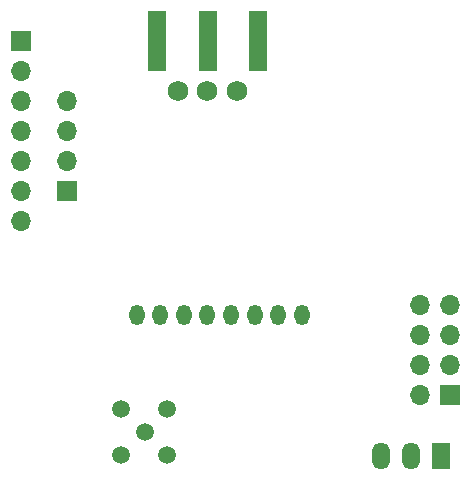
<source format=gbs>
G04 #@! TF.GenerationSoftware,KiCad,Pcbnew,(5.1.5-0-10_14)*
G04 #@! TF.CreationDate,2020-12-13T17:31:02+01:00*
G04 #@! TF.ProjectId,ithowifi,6974686f-7769-4666-992e-6b696361645f,rev?*
G04 #@! TF.SameCoordinates,Original*
G04 #@! TF.FileFunction,Soldermask,Bot*
G04 #@! TF.FilePolarity,Negative*
%FSLAX46Y46*%
G04 Gerber Fmt 4.6, Leading zero omitted, Abs format (unit mm)*
G04 Created by KiCad (PCBNEW (5.1.5-0-10_14)) date 2020-12-13 17:31:02*
%MOMM*%
%LPD*%
G04 APERTURE LIST*
%ADD10O,1.700000X1.700000*%
%ADD11R,1.700000X1.700000*%
%ADD12C,1.500000*%
%ADD13R,1.500000X5.080000*%
%ADD14C,1.750000*%
%ADD15O,1.300000X1.750000*%
%ADD16O,1.500000X2.300000*%
%ADD17R,1.500000X2.300000*%
G04 APERTURE END LIST*
D10*
X89611200Y-112877600D03*
X89611200Y-115417600D03*
X89611200Y-117957600D03*
D11*
X89611200Y-120497600D03*
D12*
X101498400Y-109347000D03*
X96164400Y-140944600D03*
X94208600Y-142849600D03*
X98044000Y-142849600D03*
X98044000Y-138988800D03*
X94208600Y-138988800D03*
D10*
X85725000Y-123037600D03*
X85725000Y-120497600D03*
X85725000Y-117957600D03*
X85725000Y-115417600D03*
X85725000Y-112877600D03*
X85725000Y-110337600D03*
D11*
X85725000Y-107797600D03*
D13*
X97248400Y-107848400D03*
X105748400Y-107848400D03*
X101498400Y-107848400D03*
D14*
X103989000Y-112039000D03*
X101489000Y-112039000D03*
X98989000Y-112039000D03*
D15*
X95489000Y-131039000D03*
X97489000Y-131039000D03*
X99489000Y-131039000D03*
X101489000Y-131039000D03*
X103489000Y-131039000D03*
X105489000Y-131039000D03*
X107489000Y-131039000D03*
X109489000Y-131039000D03*
D16*
X116179600Y-142951200D03*
X118719600Y-142951200D03*
D17*
X121259600Y-142951200D03*
D11*
X122047000Y-137795000D03*
D10*
X119507000Y-137795000D03*
X122047000Y-135255000D03*
X119507000Y-135255000D03*
X122047000Y-132715000D03*
X119507000Y-132715000D03*
X122047000Y-130175000D03*
X119507000Y-130175000D03*
M02*

</source>
